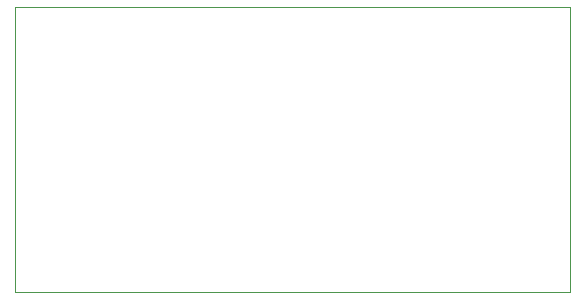
<source format=gko>
%FSLAX25Y25*%
%MOIN*%
G70*
G01*
G75*
G04 Layer_Color=16711935*
%ADD10R,0.09449X0.12205*%
%ADD11R,0.08661X0.01969*%
G04:AMPARAMS|DCode=12|XSize=39.37mil|YSize=35.43mil|CornerRadius=4.43mil|HoleSize=0mil|Usage=FLASHONLY|Rotation=0.000|XOffset=0mil|YOffset=0mil|HoleType=Round|Shape=RoundedRectangle|*
%AMROUNDEDRECTD12*
21,1,0.03937,0.02658,0,0,0.0*
21,1,0.03051,0.03543,0,0,0.0*
1,1,0.00886,0.01526,-0.01329*
1,1,0.00886,-0.01526,-0.01329*
1,1,0.00886,-0.01526,0.01329*
1,1,0.00886,0.01526,0.01329*
%
%ADD12ROUNDEDRECTD12*%
G04:AMPARAMS|DCode=13|XSize=106.3mil|YSize=51.18mil|CornerRadius=6.4mil|HoleSize=0mil|Usage=FLASHONLY|Rotation=90.000|XOffset=0mil|YOffset=0mil|HoleType=Round|Shape=RoundedRectangle|*
%AMROUNDEDRECTD13*
21,1,0.10630,0.03839,0,0,90.0*
21,1,0.09350,0.05118,0,0,90.0*
1,1,0.01280,0.01919,0.04675*
1,1,0.01280,0.01919,-0.04675*
1,1,0.01280,-0.01919,-0.04675*
1,1,0.01280,-0.01919,0.04675*
%
%ADD13ROUNDEDRECTD13*%
G04:AMPARAMS|DCode=14|XSize=90.55mil|YSize=70.87mil|CornerRadius=8.86mil|HoleSize=0mil|Usage=FLASHONLY|Rotation=0.000|XOffset=0mil|YOffset=0mil|HoleType=Round|Shape=RoundedRectangle|*
%AMROUNDEDRECTD14*
21,1,0.09055,0.05315,0,0,0.0*
21,1,0.07284,0.07087,0,0,0.0*
1,1,0.01772,0.03642,-0.02658*
1,1,0.01772,-0.03642,-0.02658*
1,1,0.01772,-0.03642,0.02658*
1,1,0.01772,0.03642,0.02658*
%
%ADD14ROUNDEDRECTD14*%
G04:AMPARAMS|DCode=15|XSize=224.41mil|YSize=78.74mil|CornerRadius=9.84mil|HoleSize=0mil|Usage=FLASHONLY|Rotation=0.000|XOffset=0mil|YOffset=0mil|HoleType=Round|Shape=RoundedRectangle|*
%AMROUNDEDRECTD15*
21,1,0.22441,0.05906,0,0,0.0*
21,1,0.20472,0.07874,0,0,0.0*
1,1,0.01969,0.10236,-0.02953*
1,1,0.01969,-0.10236,-0.02953*
1,1,0.01969,-0.10236,0.02953*
1,1,0.01969,0.10236,0.02953*
%
%ADD15ROUNDEDRECTD15*%
%ADD16C,0.02000*%
%ADD17C,0.03543*%
%ADD18C,0.02756*%
%ADD19C,0.01500*%
%ADD20C,0.01800*%
%ADD21C,0.04000*%
G04:AMPARAMS|DCode=22|XSize=100mil|YSize=100mil|CornerRadius=12.5mil|HoleSize=0mil|Usage=FLASHONLY|Rotation=270.000|XOffset=0mil|YOffset=0mil|HoleType=Round|Shape=RoundedRectangle|*
%AMROUNDEDRECTD22*
21,1,0.10000,0.07500,0,0,270.0*
21,1,0.07500,0.10000,0,0,270.0*
1,1,0.02500,-0.03750,-0.03750*
1,1,0.02500,-0.03750,0.03750*
1,1,0.02500,0.03750,0.03750*
1,1,0.02500,0.03750,-0.03750*
%
%ADD22ROUNDEDRECTD22*%
%ADD23C,0.10000*%
%ADD24C,0.03150*%
%ADD25C,0.02362*%
%ADD26R,0.11811X0.03937*%
%ADD27R,0.07874X0.02756*%
%ADD28C,0.00787*%
%ADD29C,0.00050*%
%ADD30C,0.01969*%
%ADD31C,0.00500*%
%ADD32C,0.01000*%
%ADD33C,0.00600*%
%ADD34C,0.00300*%
%ADD35R,0.26000X0.07000*%
%ADD36R,0.09649X0.12405*%
%ADD37R,0.08861X0.02169*%
G04:AMPARAMS|DCode=38|XSize=41.37mil|YSize=37.43mil|CornerRadius=5.43mil|HoleSize=0mil|Usage=FLASHONLY|Rotation=0.000|XOffset=0mil|YOffset=0mil|HoleType=Round|Shape=RoundedRectangle|*
%AMROUNDEDRECTD38*
21,1,0.04137,0.02658,0,0,0.0*
21,1,0.03051,0.03743,0,0,0.0*
1,1,0.01086,0.01526,-0.01329*
1,1,0.01086,-0.01526,-0.01329*
1,1,0.01086,-0.01526,0.01329*
1,1,0.01086,0.01526,0.01329*
%
%ADD38ROUNDEDRECTD38*%
G04:AMPARAMS|DCode=39|XSize=108.3mil|YSize=53.18mil|CornerRadius=7.4mil|HoleSize=0mil|Usage=FLASHONLY|Rotation=90.000|XOffset=0mil|YOffset=0mil|HoleType=Round|Shape=RoundedRectangle|*
%AMROUNDEDRECTD39*
21,1,0.10830,0.03839,0,0,90.0*
21,1,0.09350,0.05318,0,0,90.0*
1,1,0.01480,0.01919,0.04675*
1,1,0.01480,0.01919,-0.04675*
1,1,0.01480,-0.01919,-0.04675*
1,1,0.01480,-0.01919,0.04675*
%
%ADD39ROUNDEDRECTD39*%
G04:AMPARAMS|DCode=40|XSize=92.55mil|YSize=72.87mil|CornerRadius=9.86mil|HoleSize=0mil|Usage=FLASHONLY|Rotation=0.000|XOffset=0mil|YOffset=0mil|HoleType=Round|Shape=RoundedRectangle|*
%AMROUNDEDRECTD40*
21,1,0.09255,0.05315,0,0,0.0*
21,1,0.07284,0.07287,0,0,0.0*
1,1,0.01972,0.03642,-0.02658*
1,1,0.01972,-0.03642,-0.02658*
1,1,0.01972,-0.03642,0.02658*
1,1,0.01972,0.03642,0.02658*
%
%ADD40ROUNDEDRECTD40*%
G04:AMPARAMS|DCode=41|XSize=226.41mil|YSize=80.74mil|CornerRadius=10.84mil|HoleSize=0mil|Usage=FLASHONLY|Rotation=0.000|XOffset=0mil|YOffset=0mil|HoleType=Round|Shape=RoundedRectangle|*
%AMROUNDEDRECTD41*
21,1,0.22641,0.05906,0,0,0.0*
21,1,0.20472,0.08074,0,0,0.0*
1,1,0.02169,0.10236,-0.02953*
1,1,0.02169,-0.10236,-0.02953*
1,1,0.02169,-0.10236,0.02953*
1,1,0.02169,0.10236,0.02953*
%
%ADD41ROUNDEDRECTD41*%
G04:AMPARAMS|DCode=42|XSize=102mil|YSize=102mil|CornerRadius=13.5mil|HoleSize=0mil|Usage=FLASHONLY|Rotation=270.000|XOffset=0mil|YOffset=0mil|HoleType=Round|Shape=RoundedRectangle|*
%AMROUNDEDRECTD42*
21,1,0.10200,0.07500,0,0,270.0*
21,1,0.07500,0.10200,0,0,270.0*
1,1,0.02700,-0.03750,-0.03750*
1,1,0.02700,-0.03750,0.03750*
1,1,0.02700,0.03750,0.03750*
1,1,0.02700,0.03750,-0.03750*
%
%ADD42ROUNDEDRECTD42*%
%ADD43C,0.10200*%
%ADD44C,0.02562*%
%ADD45R,0.12011X0.04137*%
%ADD46R,0.08074X0.02956*%
%ADD47C,0.00394*%
D47*
X490000Y105000D02*
Y200000D01*
Y105000D02*
X675000D01*
Y200000D01*
X490000D02*
X675000D01*
M02*

</source>
